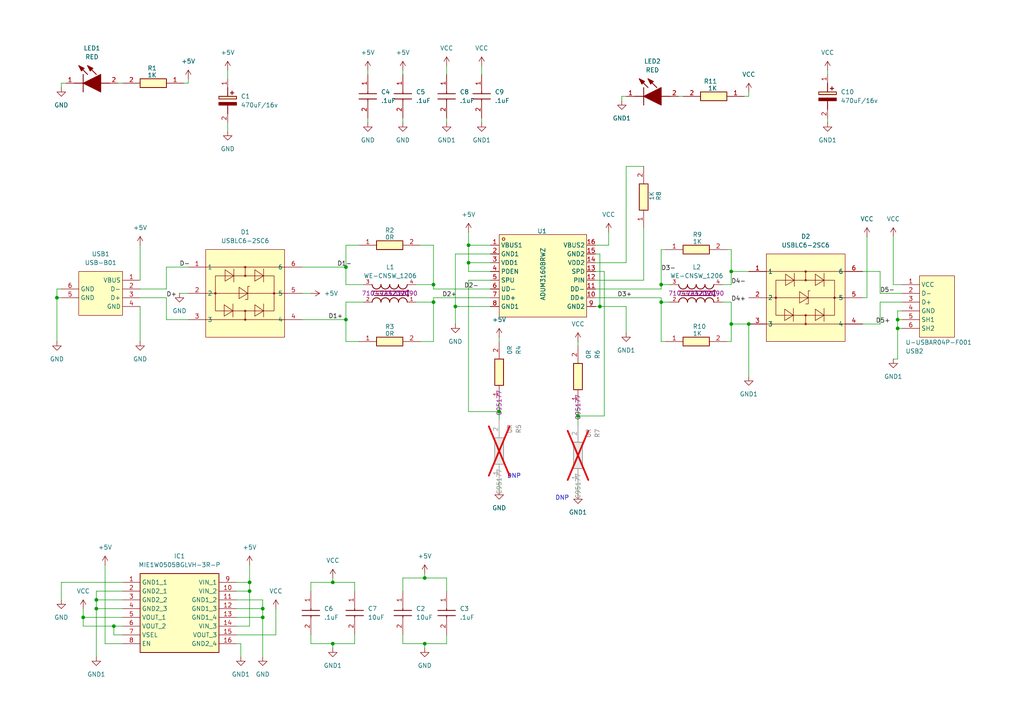
<source format=kicad_sch>
(kicad_sch (version 20250114) (generator "eeschema") (generator_version "9.0")
  (paper "A4")
  (title_block (title "USB Isolator") (date "2025-03-14") (rev "1.0") (company "Bryan Mateo / 2022-1151 / ITLA"))
  (text "DNP" (at 149.098 138.176 0) (effects (font (size 1.27 1.27))))
  (text "DNP" (at 163.068 144.526 0) (effects (font (size 1.27 1.27))))
  (junction (at 24.13 179.07))
  (junction (at 132.08 88.9))
  (junction (at 123.19 186.69))
  (junction (at 72.39 171.45))
  (junction (at 76.2 179.07))
  (junction (at 96.52 186.69))
  (junction (at 76.2 176.53))
  (junction (at 167.64 120.65))
  (junction (at 212.09 78.74))
  (junction (at 27.94 173.99))
  (junction (at 96.52 168.91))
  (junction (at 33.02 181.61))
  (junction (at 125.73 87.63))
  (junction (at 135.89 76.2))
  (junction (at 144.78 119.38))
  (junction (at 16.51 86.36))
  (junction (at 260.35 92.71))
  (junction (at 100.33 77.47))
  (junction (at 135.89 71.12))
  (junction (at 100.33 92.71))
  (junction (at 191.77 82.55))
  (junction (at 260.35 95.25))
  (junction (at 217.17 93.98))
  (junction (at 123.19 167.64))
  (junction (at 72.39 168.91))
  (junction (at 27.94 176.53))
  (junction (at 173.99 88.9))
  (junction (at 125.73 82.55))
  (junction (at 212.09 93.98))
  (junction (at 191.77 87.63))
  (wire (pts (xy 250.19 78.74) (xy 255.27 78.74)))
  (wire (pts (xy 260.35 92.71) (xy 260.35 90.17)))
  (wire (pts (xy 167.64 143.51) (xy 167.64 140.97)))
  (wire (pts (xy 172.72 81.28) (xy 186.69 81.28)))
  (wire (pts (xy 260.35 95.25) (xy 260.35 92.71)))
  (wire (pts (xy 104.14 71.12) (xy 100.33 71.12)))
  (wire (pts (xy 48.26 86.36) (xy 48.26 92.71)))
  (wire (pts (xy 76.2 176.53) (xy 76.2 179.07)))
  (wire (pts (xy 116.84 171.45) (xy 116.84 167.64)))
  (wire (pts (xy 16.51 99.06) (xy 16.51 86.36)))
  (wire (pts (xy 33.02 184.15) (xy 33.02 181.61)))
  (wire (pts (xy 167.64 118.11) (xy 167.64 120.65)))
  (wire (pts (xy 251.46 68.58) (xy 251.46 86.36)))
  (wire (pts (xy 40.64 83.82) (xy 48.26 83.82)))
  (wire (pts (xy 173.99 73.66) (xy 173.99 88.9)))
  (wire (pts (xy 54.61 24.13) (xy 53.34 24.13)))
  (wire (pts (xy 35.56 181.61) (xy 33.02 181.61)))
  (wire (pts (xy 90.17 168.91) (xy 96.52 168.91)))
  (wire (pts (xy 135.89 81.28) (xy 142.24 81.28)))
  (wire (pts (xy 181.61 48.26) (xy 186.69 48.26)))
  (wire (pts (xy 186.69 66.04) (xy 186.69 81.28)))
  (wire (pts (xy 100.33 87.63) (xy 100.33 92.71)))
  (wire (pts (xy 198.12 27.94) (xy 196.85 27.94)))
  (wire (pts (xy 125.73 87.63) (xy 125.73 99.06)))
  (wire (pts (xy 16.51 86.36) (xy 16.51 83.82)))
  (wire (pts (xy 102.87 186.69) (xy 102.87 184.15)))
  (wire (pts (xy 76.2 173.99) (xy 76.2 176.53)))
  (wire (pts (xy 255.27 85.09) (xy 261.62 85.09)))
  (wire (pts (xy 172.72 86.36) (xy 191.77 86.36)))
  (wire (pts (xy 100.33 77.47) (xy 100.33 82.55)))
  (wire (pts (xy 135.89 71.12) (xy 142.24 71.12)))
  (wire (pts (xy 129.54 35.56) (xy 129.54 34.29)))
  (wire (pts (xy 217.17 109.22) (xy 217.17 93.98)))
  (wire (pts (xy 116.84 167.64) (xy 123.19 167.64)))
  (wire (pts (xy 193.04 99.06) (xy 191.77 99.06)))
  (wire (pts (xy 100.33 82.55) (xy 105.41 82.55)))
  (wire (pts (xy 135.89 76.2) (xy 142.24 76.2)))
  (wire (pts (xy 181.61 88.9) (xy 173.99 88.9)))
  (wire (pts (xy 144.78 116.84) (xy 144.78 119.38)))
  (wire (pts (xy 191.77 86.36) (xy 191.77 87.63)))
  (wire (pts (xy 106.68 35.56) (xy 106.68 34.29)))
  (wire (pts (xy 260.35 92.71) (xy 261.62 92.71)))
  (wire (pts (xy 69.85 186.69) (xy 69.85 190.5)))
  (wire (pts (xy 30.48 186.69) (xy 35.56 186.69)))
  (wire (pts (xy 167.64 100.33) (xy 167.64 99.06)))
  (wire (pts (xy 17.78 24.13) (xy 17.78 25.4)))
  (wire (pts (xy 72.39 181.61) (xy 72.39 171.45)))
  (wire (pts (xy 100.33 71.12) (xy 100.33 77.47)))
  (wire (pts (xy 104.14 99.06) (xy 100.33 99.06)))
  (wire (pts (xy 172.72 73.66) (xy 173.99 73.66)))
  (wire (pts (xy 48.26 77.47) (xy 54.61 77.47)))
  (wire (pts (xy 144.78 119.38) (xy 144.78 121.92)))
  (wire (pts (xy 90.17 171.45) (xy 90.17 168.91)))
  (wire (pts (xy 100.33 99.06) (xy 100.33 92.71)))
  (wire (pts (xy 116.84 186.69) (xy 123.19 186.69)))
  (wire (pts (xy 129.54 184.15) (xy 129.54 186.69)))
  (wire (pts (xy 48.26 92.71) (xy 54.61 92.71)))
  (wire (pts (xy 139.7 35.56) (xy 139.7 34.29)))
  (wire (pts (xy 176.53 67.31) (xy 176.53 71.12)))
  (wire (pts (xy 209.55 82.55) (xy 212.09 82.55)))
  (wire (pts (xy 255.27 78.74) (xy 255.27 85.09)))
  (wire (pts (xy 251.46 86.36) (xy 250.19 86.36)))
  (wire (pts (xy 132.08 88.9) (xy 142.24 88.9)))
  (wire (pts (xy 17.78 173.99) (xy 17.78 168.91)))
  (wire (pts (xy 24.13 179.07) (xy 24.13 176.53)))
  (wire (pts (xy 212.09 99.06) (xy 212.09 93.98)))
  (wire (pts (xy 106.68 20.32) (xy 106.68 21.59)))
  (wire (pts (xy 132.08 88.9) (xy 132.08 93.98)))
  (wire (pts (xy 125.73 82.55) (xy 125.73 83.82)))
  (wire (pts (xy 129.54 171.45) (xy 129.54 167.64)))
  (wire (pts (xy 52.07 85.09) (xy 54.61 85.09)))
  (wire (pts (xy 135.89 119.38) (xy 144.78 119.38)))
  (wire (pts (xy 66.04 35.56) (xy 66.04 38.1)))
  (wire (pts (xy 27.94 176.53) (xy 27.94 190.5)))
  (wire (pts (xy 72.39 163.83) (xy 72.39 168.91)))
  (wire (pts (xy 125.73 83.82) (xy 142.24 83.82)))
  (wire (pts (xy 144.78 99.06) (xy 144.78 97.79)))
  (wire (pts (xy 96.52 187.96) (xy 96.52 186.69)))
  (wire (pts (xy 125.73 87.63) (xy 120.65 87.63)))
  (wire (pts (xy 27.94 173.99) (xy 27.94 176.53)))
  (wire (pts (xy 35.56 184.15) (xy 33.02 184.15)))
  (wire (pts (xy 132.08 73.66) (xy 132.08 88.9)))
  (wire (pts (xy 17.78 24.13) (xy 19.05 24.13)))
  (wire (pts (xy 27.94 173.99) (xy 35.56 173.99)))
  (wire (pts (xy 173.99 88.9) (xy 172.72 88.9)))
  (wire (pts (xy 102.87 168.91) (xy 102.87 171.45)))
  (wire (pts (xy 76.2 179.07) (xy 76.2 190.5)))
  (wire (pts (xy 16.51 86.36) (xy 17.78 86.36)))
  (wire (pts (xy 120.65 82.55) (xy 125.73 82.55)))
  (wire (pts (xy 191.77 87.63) (xy 191.77 99.06)))
  (wire (pts (xy 30.48 163.83) (xy 30.48 186.69)))
  (wire (pts (xy 87.63 92.71) (xy 100.33 92.71)))
  (wire (pts (xy 172.72 78.74) (xy 175.26 78.74)))
  (wire (pts (xy 212.09 87.63) (xy 212.09 93.98)))
  (wire (pts (xy 90.17 85.09) (xy 87.63 85.09)))
  (wire (pts (xy 172.72 76.2) (xy 181.61 76.2)))
  (wire (pts (xy 167.64 120.65) (xy 167.64 123.19)))
  (wire (pts (xy 27.94 171.45) (xy 27.94 173.99)))
  (wire (pts (xy 90.17 186.69) (xy 96.52 186.69)))
  (wire (pts (xy 217.17 27.94) (xy 215.9 27.94)))
  (wire (pts (xy 260.35 95.25) (xy 261.62 95.25)))
  (wire (pts (xy 24.13 181.61) (xy 24.13 179.07)))
  (wire (pts (xy 212.09 72.39) (xy 212.09 78.74)))
  (wire (pts (xy 181.61 88.9) (xy 181.61 96.52)))
  (wire (pts (xy 68.58 173.99) (xy 76.2 173.99)))
  (wire (pts (xy 172.72 83.82) (xy 191.77 83.82)))
  (wire (pts (xy 125.73 71.12) (xy 125.73 82.55)))
  (wire (pts (xy 255.27 93.98) (xy 255.27 87.63)))
  (wire (pts (xy 240.03 20.32) (xy 240.03 21.59)))
  (wire (pts (xy 80.01 184.15) (xy 80.01 176.53)))
  (wire (pts (xy 135.89 81.28) (xy 135.89 119.38)))
  (wire (pts (xy 191.77 72.39) (xy 193.04 72.39)))
  (wire (pts (xy 212.09 93.98) (xy 217.17 93.98)))
  (wire (pts (xy 210.82 99.06) (xy 212.09 99.06)))
  (wire (pts (xy 191.77 72.39) (xy 191.77 82.55)))
  (wire (pts (xy 135.89 78.74) (xy 142.24 78.74)))
  (wire (pts (xy 33.02 181.61) (xy 24.13 181.61)))
  (wire (pts (xy 180.34 27.94) (xy 180.34 29.21)))
  (wire (pts (xy 259.08 82.55) (xy 261.62 82.55)))
  (wire (pts (xy 129.54 19.05) (xy 129.54 21.59)))
  (wire (pts (xy 40.64 88.9) (xy 40.64 99.06)))
  (wire (pts (xy 260.35 104.14) (xy 259.08 104.14)))
  (wire (pts (xy 69.85 186.69) (xy 68.58 186.69)))
  (wire (pts (xy 121.92 99.06) (xy 125.73 99.06)))
  (wire (pts (xy 116.84 20.32) (xy 116.84 21.59)))
  (wire (pts (xy 40.64 81.28) (xy 40.64 71.12)))
  (wire (pts (xy 121.92 71.12) (xy 125.73 71.12)))
  (wire (pts (xy 68.58 181.61) (xy 72.39 181.61)))
  (wire (pts (xy 100.33 87.63) (xy 105.41 87.63)))
  (wire (pts (xy 48.26 83.82) (xy 48.26 77.47)))
  (wire (pts (xy 129.54 186.69) (xy 123.19 186.69)))
  (wire (pts (xy 68.58 176.53) (xy 76.2 176.53)))
  (wire (pts (xy 191.77 82.55) (xy 194.31 82.55)))
  (wire (pts (xy 90.17 184.15) (xy 90.17 186.69)))
  (wire (pts (xy 66.04 20.32) (xy 66.04 22.86)))
  (wire (pts (xy 96.52 168.91) (xy 102.87 168.91)))
  (wire (pts (xy 96.52 167.64) (xy 96.52 168.91)))
  (wire (pts (xy 35.56 24.13) (xy 34.29 24.13)))
  (wire (pts (xy 172.72 71.12) (xy 176.53 71.12)))
  (wire (pts (xy 191.77 82.55) (xy 191.77 83.82)))
  (wire (pts (xy 17.78 168.91) (xy 35.56 168.91)))
  (wire (pts (xy 260.35 90.17) (xy 261.62 90.17)))
  (wire (pts (xy 68.58 184.15) (xy 80.01 184.15)))
  (wire (pts (xy 125.73 86.36) (xy 142.24 86.36)))
  (wire (pts (xy 16.51 83.82) (xy 17.78 83.82)))
  (wire (pts (xy 240.03 34.29) (xy 240.03 35.56)))
  (wire (pts (xy 123.19 187.96) (xy 123.19 186.69)))
  (wire (pts (xy 217.17 26.67) (xy 217.17 27.94)))
  (wire (pts (xy 210.82 72.39) (xy 212.09 72.39)))
  (wire (pts (xy 116.84 184.15) (xy 116.84 186.69)))
  (wire (pts (xy 250.19 93.98) (xy 255.27 93.98)))
  (wire (pts (xy 135.89 76.2) (xy 135.89 78.74)))
  (wire (pts (xy 191.77 87.63) (xy 194.31 87.63)))
  (wire (pts (xy 35.56 179.07) (xy 24.13 179.07)))
  (wire (pts (xy 27.94 176.53) (xy 35.56 176.53)))
  (wire (pts (xy 135.89 71.12) (xy 135.89 76.2)))
  (wire (pts (xy 87.63 77.47) (xy 100.33 77.47)))
  (wire (pts (xy 212.09 82.55) (xy 212.09 78.74)))
  (wire (pts (xy 139.7 19.05) (xy 139.7 21.59)))
  (wire (pts (xy 40.64 86.36) (xy 48.26 86.36)))
  (wire (pts (xy 175.26 78.74) (xy 175.26 120.65)))
  (wire (pts (xy 135.89 67.31) (xy 135.89 71.12)))
  (wire (pts (xy 35.56 171.45) (xy 27.94 171.45)))
  (wire (pts (xy 116.84 35.56) (xy 116.84 34.29)))
  (wire (pts (xy 68.58 179.07) (xy 76.2 179.07)))
  (wire (pts (xy 129.54 167.64) (xy 123.19 167.64)))
  (wire (pts (xy 72.39 168.91) (xy 68.58 168.91)))
  (wire (pts (xy 144.78 139.7) (xy 144.78 142.24)))
  (wire (pts (xy 255.27 87.63) (xy 261.62 87.63)))
  (wire (pts (xy 142.24 73.66) (xy 132.08 73.66)))
  (wire (pts (xy 259.08 68.58) (xy 259.08 82.55)))
  (wire (pts (xy 125.73 86.36) (xy 125.73 87.63)))
  (wire (pts (xy 212.09 78.74) (xy 217.17 78.74)))
  (wire (pts (xy 54.61 22.86) (xy 54.61 24.13)))
  (wire (pts (xy 260.35 104.14) (xy 260.35 95.25)))
  (wire (pts (xy 96.52 186.69) (xy 102.87 186.69)))
  (wire (pts (xy 167.64 120.65) (xy 175.26 120.65)))
  (wire (pts (xy 123.19 166.37) (xy 123.19 167.64)))
  (wire (pts (xy 68.58 171.45) (xy 72.39 171.45)))
  (wire (pts (xy 181.61 76.2) (xy 181.61 48.26)))
  (wire (pts (xy 180.34 27.94) (xy 181.61 27.94)))
  (wire (pts (xy 209.55 87.63) (xy 212.09 87.63)))
  (wire (pts (xy 72.39 171.45) (xy 72.39 168.91)))
  (label "D3-" (at 191.77 78.74 0))
  (label "D4-" (at 212.09 82.55 0))
  (label "D2+" (at 128.27 86.36 0))
  (label "D5+" (at 254 93.98 0))
  (label "D2-" (at 134.62 83.82 0))
  (label "D4+" (at 212.09 87.63 0))
  (label "D+" (at 48.26 86.36 0))
  (label "D-" (at 52.07 77.47 0))
  (label "D5-" (at 255.27 85.09 0))
  (label "D3+" (at 179.07 86.36 0))
  (label "D1+" (at 95.25 92.71 0))
  (label "D1-" (at 97.79 77.47 0))
  (symbol (lib_id "power:VCC") (at 96.52 167.64 0) (unit 1)
    (property "Reference" "#PWR026" (effects (hide yes)))
    (property "Value" "VCC" (at 96.52 162.56 0))
    (property "Description" "Power symbol creates a global label with name \"VCC\"" (effects (hide yes)))
  )
  (symbol (lib_id "power:VCC") (at 24.13 176.53 0) (unit 1)
    (property "Reference" "#PWR012" (effects (hide yes)))
    (property "Value" "VCC" (at 24.13 171.45 0))
    (property "Description" "Power symbol creates a global label with name \"VCC\"" (effects (hide yes)))
  )
  (symbol (lib_id "power:GND1") (at 217.17 109.22 0) (unit 1)
    (property "Reference" "#PWR039" (effects (hide yes)))
    (property "Value" "GND1" (at 217.17 114.3 0))
    (property "Description" "Power symbol creates a global label with name \"GND1\" , ground" (effects (hide yes)))
  )
  (symbol (lib_id "Samacsys:MIE1W0505BGLVH-3R-P") (at 35.56 168.91 0) (unit 1)
    (property "Reference" "IC1" (at 52.07 161.29 0))
    (property "Value" "MIE1W0505BGLVH-3R-P" (at 52.07 163.83 0))
    (property "Footprint" "Samacsys:MIE1W0505BGLVH3RP" (effects (hide yes)))
    (property "Datasheet" "https://www.mouser.de/datasheet/2/277/MIE1W0505BGLVH-3392698.pdf" (effects (hide yes)))
    (property "Description" "Isolated DC/DC Converters - SMD Next gen ultra small size isolated power module" (effects (hide yes)))
    (property "Height" "1.28" (effects (hide yes)))
    (property "Mouser Part Number" "946-MIE1W0505BGLVH3P" (effects (hide yes)))
    (property "Mouser Price/Stock" "https://www.mouser.co.uk/ProductDetail/Monolithic-Power-Systems-MPS/MIE1W0505BGLVH-3R-P?qs=mELouGlnn3eSWSUCjBsRGQ%3D%3D" (effects (hide yes)))
    (property "Manufacturer_Name" "Monolithic Power Systems (MPS)" (effects (hide yes)))
    (property "Manufacturer_Part_Number" "MIE1W0505BGLVH-3R-P" (effects (hide yes)))
  )
  (symbol (lib_id "Samacsys:RC0603FR-070RL") (at 104.14 99.06 0) (unit 1)
    (property "Reference" "R3" (at 113.03 94.742 0))
    (property "Value" "0R" (at 113.03 96.774 0))
    (property "Footprint" "Samacsys:RESC1608X55N" (effects (hide yes)))
    (property "Datasheet" "https://componentsearchengine.com/Datasheets/2/RC0603FR-070RL.pdf" (effects (hide yes)))
    (property "Description" "YAGEO - RC0603FR-070RL - Zero Ohm Resistor, Jumper, 0603 [1608 Metric], Thick Film, 100 mW, 1 A, Surface Mount Device" (effects (hide yes)))
    (property "LCSC Part" "C95177" (effects (hide yes)))
    (property "Height" "0.55" (effects (hide yes)))
    (property "Mouser Part Number" "603-RC0603FR-070RL" (effects (hide yes)))
    (property "Mouser Price/Stock" "https://www.mouser.co.uk/ProductDetail/YAGEO/RC0603FR-070RL?qs=0yPvnVz5%2FmpDQv43TwvCfw%3D%3D" (effects (hide yes)))
    (property "Manufacturer_Name" "YAGEO" (effects (hide yes)))
    (property "Manufacturer_Part_Number" "RC0603FR-070RL" (effects (hide yes)))
  )
  (symbol (lib_id "power:VCC") (at 167.64 99.06 0) (mirror y) (unit 1)
    (property "Reference" "#PWR030" (effects (hide yes)))
    (property "Value" "VCC" (at 167.64 93.98 0))
    (property "Description" "Power symbol creates a global label with name \"VCC\"" (effects (hide yes)))
  )
  (symbol (lib_id "power:VCC") (at 139.7 19.05 0) (unit 1)
    (property "Reference" "#PWR036" (effects (hide yes)))
    (property "Value" "VCC" (at 139.7 13.97 0))
    (property "Description" "Power symbol creates a global label with name \"VCC\"" (effects (hide yes)))
  )
  (symbol (lib_id "Samacsys:0603YC104J4T2A") (at 106.68 21.59 270) (unit 1)
    (property "Reference" "C4" (at 110.49 26.6699 90) (effects (justify left)))
    (property "Value" ".1uF" (at 110.49 29.2099 90) (effects (justify left)))
    (property "Footprint" "Samacsys:CAPC1608X90N" (effects (hide yes)))
    (property "Datasheet" "https://componentsearchengine.com/Datasheets/1/06031A100FAT2A.pdf" (effects (hide yes)))
    (property "Description" "Multilayer Ceramic Capacitors MLCC - SMD/SMT 16V .1uF X7R 0603 5% Tol" (effects (hide yes)))
    (property "Height" "0.9" (effects (hide yes)))
    (property "Mouser Part Number" "581-0603YC104J4T2A" (effects (hide yes)))
    (property "Mouser Price/Stock" "https://www.mouser.co.uk/ProductDetail/KYOCERA-AVX/0603YC104J4T2A?qs=Cej1j9ztgjFj4oy6%2FGHyMg%3D%3D" (effects (hide yes)))
    (property "Manufacturer_Name" "Kyocera AVX" (effects (hide yes)))
    (property "Manufacturer_Part_Number" "0603YC104J4T2A" (effects (hide yes)))
  )
  (symbol (lib_id "Snapeda:WE-CNSW_1206") (at 113.03 85.09 0) (mirror y) (unit 1)
    (property "Reference" "L1" (at 113.19 77.47 0))
    (property "Value" "WE-CNSW_1206" (at 113.19 80.01 0))
    (property "Footprint" "Snapeda:WE-CNSW_1206_WE-CNSW_1206" (effects (hide yes)))
    (property "Datasheet" "https://www.we-online.com/components/products/datasheet/744232090.pdf" (effects (hide yes)))
    (property "MF" "Wurth Electronics" (effects (hide yes)))
    (property "Description_1" "Size 1206; Z = 90 Ω; IR = 370 mA; RDC = 0.3 Ω" (effects (hide yes)))
    (property "Package" "Horizontal-4 Wurth" (effects (hide yes)))
    (property "Price" "None" (effects (hide yes)))
    (property "SnapEDA_Link" "https://www.snapeda.com/parts/744232090/Wurth+Electronics/view-part/?ref=snap" (effects (hide yes)))
    (property "MP" "744232090" (effects (hide yes)))
    (property "Availability" "In Stock" (effects (hide yes)))
    (property "Check_prices" "https://www.snapeda.com/parts/744232090/Wurth+Electronics/view-part/?ref=eda" (effects (hide yes)))
    (property "Manufacturer_Part_Number" "744232090" (at 113.03 85.09 0))
    (property "Mouser Part Number" "710-744232090" (at 113.03 85.09 0))
  )
  (symbol (lib_id "power:VCC") (at 259.08 68.58 0) (unit 1)
    (property "Reference" "#PWR043" (effects (hide yes)))
    (property "Value" "VCC" (at 259.08 63.5 0))
    (property "Description" "Power symbol creates a global label with name \"VCC\"" (effects (hide yes)))
  )
  (symbol (lib_id "power:GND") (at 40.64 99.06 0) (unit 1)
    (property "Reference" "#PWR08" (effects (hide yes)))
    (property "Value" "GND" (at 40.64 104.14 0))
    (property "Description" "Power symbol creates a global label with name \"GND\" , ground" (effects (hide yes)))
  )
  (symbol (lib_id "power:GND") (at 123.19 187.96 0) (unit 1)
    (property "Reference" "#PWR06" (effects (hide yes)))
    (property "Value" "GND" (at 123.19 193.04 0))
    (property "Description" "Power symbol creates a global label with name \"GND\" , ground" (effects (hide yes)))
  )
  (symbol (lib_id "EasyEDA:ADUM3160BRWZ") (at 157.48 80.01 0) (unit 1)
    (property "Reference" "U1" (at 157.226 67.056 0))
    (property "Value" "ADUM3160BRWZ" (at 157.48 79.502 90))
    (property "Footprint" "EasyEDA:WSOIC-16_L10.3-W7.5-P1.27-LS10.3-BL" (effects (hide yes)))
    (property "Datasheet" "https://lcsc.com/product-detail/USB_ADI_ADUM3160BRWZ_ADUM3160BRWZ_C108501.html" (effects (hide yes)))
    (property "LCSC Part" "C108501" (effects (hide yes)))
  )
  (symbol (lib_id "Samacsys:RC0603FR-070RL") (at 104.14 71.12 0) (unit 1)
    (property "Reference" "R2" (at 113.03 66.802 0))
    (property "Value" "0R" (at 113.03 68.834 0))
    (property "Footprint" "Samacsys:RESC1608X55N" (effects (hide yes)))
    (property "Datasheet" "https://componentsearchengine.com/Datasheets/2/RC0603FR-070RL.pdf" (effects (hide yes)))
    (property "Description" "YAGEO - RC0603FR-070RL - Zero Ohm Resistor, Jumper, 0603 [1608 Metric], Thick Film, 100 mW, 1 A, Surface Mount Device" (effects (hide yes)))
    (property "LCSC Part" "C95177" (effects (hide yes)))
    (property "Height" "0.55" (effects (hide yes)))
    (property "Mouser Part Number" "603-RC0603FR-070RL" (effects (hide yes)))
    (property "Mouser Price/Stock" "https://www.mouser.co.uk/ProductDetail/YAGEO/RC0603FR-070RL?qs=0yPvnVz5%2FmpDQv43TwvCfw%3D%3D" (effects (hide yes)))
    (property "Manufacturer_Name" "YAGEO" (effects (hide yes)))
    (property "Manufacturer_Part_Number" "RC0603FR-070RL" (effects (hide yes)))
  )
  (symbol (lib_id "power:+5V") (at 135.89 67.31 0) (unit 1)
    (property "Reference" "#PWR025" (effects (hide yes)))
    (property "Value" "+5V" (at 135.89 62.23 0))
    (property "Description" "Power symbol creates a global label with name \"+5V\"" (effects (hide yes)))
  )
  (symbol (lib_id "power:+5V") (at 90.17 85.09 270) (unit 1)
    (property "Reference" "#PWR015" (effects (hide yes)))
    (property "Value" "+5V" (at 93.98 85.0899 90) (effects (justify left)))
    (property "Description" "Power symbol creates a global label with name \"+5V\"" (effects (hide yes)))
  )
  (symbol (lib_id "power:GND1") (at 167.64 143.51 0) (mirror y) (unit 1)
    (property "Reference" "#PWR031" (effects (hide yes)))
    (property "Value" "GND1" (at 167.64 148.59 0))
    (property "Description" "Power symbol creates a global label with name \"GND1\" , ground" (effects (hide yes)))
  )
  (symbol (lib_id "power:GND") (at 144.78 142.24 0) (mirror y) (unit 1)
    (property "Reference" "#PWR029" (effects (hide yes)))
    (property "Value" "GND" (at 144.78 147.32 0))
    (property "Description" "Power symbol creates a global label with name \"GND\" , ground" (effects (hide yes)))
  )
  (symbol (lib_id "Samacsys:0603YC104J4T2A") (at 129.54 171.45 270) (unit 1)
    (property "Reference" "C3" (at 133.35 176.5299 90) (effects (justify left)))
    (property "Value" ".1uF" (at 133.35 179.0699 90) (effects (justify left)))
    (property "Footprint" "Samacsys:CAPC1608X90N" (effects (hide yes)))
    (property "Datasheet" "https://componentsearchengine.com/Datasheets/1/06031A100FAT2A.pdf" (effects (hide yes)))
    (property "Description" "Multilayer Ceramic Capacitors MLCC - SMD/SMT 16V .1uF X7R 0603 5% Tol" (effects (hide yes)))
    (property "Height" "0.9" (effects (hide yes)))
    (property "Mouser Part Number" "581-0603YC104J4T2A" (effects (hide yes)))
    (property "Mouser Price/Stock" "https://www.mouser.co.uk/ProductDetail/KYOCERA-AVX/0603YC104J4T2A?qs=Cej1j9ztgjFj4oy6%2FGHyMg%3D%3D" (effects (hide yes)))
    (property "Manufacturer_Name" "Kyocera AVX" (effects (hide yes)))
    (property "Manufacturer_Part_Number" "0603YC104J4T2A" (effects (hide yes)))
  )
  (symbol (lib_id "power:GND1") (at 180.34 29.21 0) (mirror y) (unit 1)
    (property "Reference" "#PWR038" (effects (hide yes)))
    (property "Value" "GND1" (at 180.34 34.29 0))
    (property "Description" "Power symbol creates a global label with name \"GND1\" , ground" (effects (hide yes)))
  )
  (symbol (lib_id "power:GND1") (at 69.85 190.5 0) (unit 1)
    (property "Reference" "#PWR016" (effects (hide yes)))
    (property "Value" "GND1" (at 69.85 195.58 0))
    (property "Description" "Power symbol creates a global label with name \"GND1\" , ground" (effects (hide yes)))
  )
  (symbol (lib_id "power:VCC") (at 240.03 20.32 0) (unit 1)
    (property "Reference" "#PWR044" (effects (hide yes)))
    (property "Value" "VCC" (at 240.03 15.24 0))
    (property "Description" "Power symbol creates a global label with name \"VCC\"" (effects (hide yes)))
  )
  (symbol (lib_id "Samacsys:RC0603FR-070RL") (at 144.78 139.7 270) (mirror x) (unit 1) (dnp yes)
    (property "Reference" "R5" (at 151.13 125.73 0) (effects (justify left top)))
    (property "Value" "0R" (at 148.59 125.73 0) (effects (justify left top)))
    (property "Footprint" "Samacsys:RESC1608X55N" (effects (hide yes)))
    (property "Datasheet" "https://componentsearchengine.com/Datasheets/2/RC0603FR-070RL.pdf" (effects (hide yes)))
    (property "Description" "YAGEO - RC0603FR-070RL - Zero Ohm Resistor, Jumper, 0603 [1608 Metric], Thick Film, 100 mW, 1 A, Surface Mount Device" (effects (hide yes)))
    (property "Height" "0.55" (effects (hide yes)))
    (property "Mouser Part Number" "603-RC0603FR-070RL" (effects (hide yes)))
    (property "Mouser Price/Stock" "https://www.mouser.co.uk/ProductDetail/YAGEO/RC0603FR-070RL?qs=0yPvnVz5%2FmpDQv43TwvCfw%3D%3D" (effects (hide yes)))
    (property "Manufacturer_Name" "YAGEO" (effects (hide yes)))
    (property "Manufacturer_Part_Number" "RC0603FR-070RL" (effects (hide yes)))
    (property "LCSC Part" "C95177" (at 144.78 139.7 0))
  )
  (symbol (lib_id "power:VCC") (at 80.01 176.53 0) (unit 1)
    (property "Reference" "#PWR021" (effects (hide yes)))
    (property "Value" "VCC" (at 80.01 171.45 0))
    (property "Description" "Power symbol creates a global label with name \"VCC\"" (effects (hide yes)))
  )
  (symbol (lib_id "power:GND") (at 132.08 93.98 0) (unit 1)
    (property "Reference" "#PWR024" (effects (hide yes)))
    (property "Value" "GND" (at 132.08 99.06 0))
    (property "Description" "Power symbol creates a global label with name \"GND\" , ground" (effects (hide yes)))
  )
  (symbol (lib_id "EasyEDA:U-USBAR04P-F001") (at 269.24 90.17 0) (unit 1)
    (property "Reference" "USB2" (at 262.636 101.854 0) (effects (justify left)))
    (property "Value" "U-USBAR04P-F001" (at 262.636 99.314 0) (effects (justify left)))
    (property "Footprint" "EasyEDA:USB-A-TH_USB-302-T" (effects (hide yes)))
    (property "Datasheet" "https://lcsc.com/product-detail/USB-Connectors_Shenzhen-Cankemeng-U-USBAR04P-F001_C386736.html" (effects (hide yes)))
    (property "LCSC Part" "C386736" (effects (hide yes)))
  )
  (symbol (lib_id "Samacsys:KS_EELP41.22-P1R2-58-A8J8-020-R18") (at 19.05 24.13 0) (unit 1)
    (property "Reference" "LED1" (at 26.67 13.97 0))
    (property "Value" "RED" (at 26.67 16.51 0))
    (property "Footprint" "Samacsys:KSEELP4122P1R258A8J8020R18" (effects (hide yes)))
    (property "Description" "Standard LEDs - SMD 0603 (1608 metric)" (effects (hide yes)))
    (property "Height" "0.5" (effects (hide yes)))
    (property "Mouser Part Number" "720-P412P1R258A8J802" (effects (hide yes)))
    (property "Mouser Price/Stock" "https://www.mouser.co.uk/ProductDetail/ams-OSRAM/KS-EELP41.22-P1R2-58-A8J8-020-R18?qs=ZcfC38r4Povp3XTr6Zxf%252Bw%3D%3D" (effects (hide yes)))
    (property "Manufacturer_Name" "ams OSRAM" (effects (hide yes)))
    (property "Manufacturer_Part_Number" "KS EELP41.22-P1R2-58-A8J8-020-R18" (effects (hide yes)))
  )
  (symbol (lib_id "Samacsys:0603YC104J4T2A") (at 129.54 21.59 270) (unit 1)
    (property "Reference" "C8" (at 133.35 26.6699 90) (effects (justify left)))
    (property "Value" ".1uF" (at 133.35 29.2099 90) (effects (justify left)))
    (property "Footprint" "Samacsys:CAPC1608X90N" (effects (hide yes)))
    (property "Datasheet" "https://componentsearchengine.com/Datasheets/1/06031A100FAT2A.pdf" (effects (hide yes)))
    (property "Description" "Multilayer Ceramic Capacitors MLCC - SMD/SMT 16V .1uF X7R 0603 5% Tol" (effects (hide yes)))
    (property "Height" "0.9" (effects (hide yes)))
    (property "Mouser Part Number" "581-0603YC104J4T2A" (effects (hide yes)))
    (property "Mouser Price/Stock" "https://www.mouser.co.uk/ProductDetail/KYOCERA-AVX/0603YC104J4T2A?qs=Cej1j9ztgjFj4oy6%2FGHyMg%3D%3D" (effects (hide yes)))
    (property "Manufacturer_Name" "Kyocera AVX" (effects (hide yes)))
    (property "Manufacturer_Part_Number" "0603YC104J4T2A" (effects (hide yes)))
  )
  (symbol (lib_id "power:+5V") (at 30.48 163.83 0) (unit 1)
    (property "Reference" "#PWR014" (effects (hide yes)))
    (property "Value" "+5V" (at 30.48 158.75 0))
    (property "Description" "Power symbol creates a global label with name \"+5V\"" (effects (hide yes)))
  )
  (symbol (lib_id "power:+5V") (at 106.68 20.32 0) (unit 1)
    (property "Reference" "#PWR018" (effects (hide yes)))
    (property "Value" "+5V" (at 106.68 15.24 0))
    (property "Description" "Power symbol creates a global label with name \"+5V\"" (effects (hide yes)))
  )
  (symbol (lib_id "power:GND1") (at 181.61 96.52 0) (unit 1)
    (property "Reference" "#PWR032" (effects (hide yes)))
    (property "Value" "GND1" (at 181.61 101.6 0))
    (property "Description" "Power symbol creates a global label with name \"GND1\" , ground" (effects (hide yes)))
  )
  (symbol (lib_id "Samacsys:RT0603FRE071KL") (at 186.69 66.04 270) (mirror x) (unit 1)
    (property "Reference" "R8" (at 191.77 58.166 0) (effects (justify left top)))
    (property "Value" "1K" (at 189.738 58.166 0) (effects (justify left top)))
    (property "Footprint" "Samacsys:RESC1608X55N" (effects (hide yes)))
    (property "Datasheet" "https://componentsearchengine.com/Datasheets/2/RT0603FRE071KL.pdf" (effects (hide yes)))
    (property "Description" "Thin Film Resistors - SMD 1K ohm 1% 1/10W" (effects (hide yes)))
    (property "Height" "0.55" (effects (hide yes)))
    (property "Mouser Part Number" "603-RT0603FRE071KL" (effects (hide yes)))
    (property "Mouser Price/Stock" "https://www.mouser.co.uk/ProductDetail/YAGEO/RT0603FRE071KL?qs=8cPjvKtxWv68ZVEzoi6JxQ%3D%3D" (effects (hide yes)))
    (property "Manufacturer_Name" "YAGEO" (effects (hide yes)))
    (property "Manufacturer_Part_Number" "RT0603FRE071KL" (effects (hide yes)))
  )
  (symbol (lib_id "power:+5V") (at 116.84 20.32 0) (unit 1)
    (property "Reference" "#PWR022" (effects (hide yes)))
    (property "Value" "+5V" (at 116.84 15.24 0))
    (property "Description" "Power symbol creates a global label with name \"+5V\"" (effects (hide yes)))
  )
  (symbol (lib_id "Samacsys:EEE-FN1C470UR") (at 66.04 22.86 270) (unit 1)
    (property "Reference" "C1" (at 69.85 27.9399 90) (effects (justify left)))
    (property "Value" "470uF/16v" (at 69.85 30.4799 90) (effects (justify left)))
    (property "Footprint" "Samacsys:EEE1AA220WR" (effects (hide yes)))
    (property "Datasheet" "http://industrial.panasonic.com/cdbs/www-data/pdf/RDE0000/RDE0000C1259.pdf" (effects (hide yes)))
    (property "Description" "Aluminum Electrolytic Capacitors - SMD 16VDC 47uF 20% 90mA AEC-Q200" (effects (hide yes)))
    (property "Height" "5.5" (effects (hide yes)))
    (property "Mouser Part Number" "667-EEE-FN1C470UR" (effects (hide yes)))
    (property "Mouser Price/Stock" "https://www.mouser.co.uk/ProductDetail/Panasonic/EEE-FN1C470UR?qs=OlC7AqGiEDl8dmM9zH0luA%3D%3D" (effects (hide yes)))
    (property "Manufacturer_Name" "Panasonic" (effects (hide yes)))
    (property "Manufacturer_Part_Number" "EEE-FN1C470UR" (effects (hide yes)))
  )
  (symbol (lib_id "power:GND1") (at 96.52 187.96 0) (unit 1)
    (property "Reference" "#PWR027" (effects (hide yes)))
    (property "Value" "GND1" (at 96.52 193.04 0))
    (property "Description" "Power symbol creates a global label with name \"GND1\" , ground" (effects (hide yes)))
  )
  (symbol (lib_id "Samacsys:RC0603FR-070RL") (at 144.78 116.84 270) (mirror x) (unit 1)
    (property "Reference" "R4" (at 151.13 102.87 0) (effects (justify left top)))
    (property "Value" "0R" (at 148.59 102.87 0) (effects (justify left top)))
    (property "Footprint" "Samacsys:RESC1608X55N" (effects (hide yes)))
    (property "Datasheet" "https://componentsearchengine.com/Datasheets/2/RC0603FR-070RL.pdf" (effects (hide yes)))
    (property "Description" "YAGEO - RC0603FR-070RL - Zero Ohm Resistor, Jumper, 0603 [1608 Metric], Thick Film, 100 mW, 1 A, Surface Mount Device" (effects (hide yes)))
    (property "Height" "0.55" (effects (hide yes)))
    (property "Mouser Part Number" "603-RC0603FR-070RL" (effects (hide yes)))
    (property "Mouser Price/Stock" "https://www.mouser.co.uk/ProductDetail/YAGEO/RC0603FR-070RL?qs=0yPvnVz5%2FmpDQv43TwvCfw%3D%3D" (effects (hide yes)))
    (property "Manufacturer_Name" "YAGEO" (effects (hide yes)))
    (property "Manufacturer_Part_Number" "RC0603FR-070RL" (effects (hide yes)))
    (property "LCSC Part" "C95177" (at 144.78 116.84 0))
  )
  (symbol (lib_id "power:GND") (at 76.2 190.5 0) (unit 1)
    (property "Reference" "#PWR020" (effects (hide yes)))
    (property "Value" "GND" (at 76.2 195.58 0))
    (property "Description" "Power symbol creates a global label with name \"GND\" , ground" (effects (hide yes)))
  )
  (symbol (lib_id "power:GND") (at 106.68 35.56 0) (unit 1)
    (property "Reference" "#PWR019" (effects (hide yes)))
    (property "Value" "GND" (at 106.68 40.64 0))
    (property "Description" "Power symbol creates a global label with name \"GND\" , ground" (effects (hide yes)))
  )
  (symbol (lib_id "power:GND1") (at 240.03 35.56 0) (unit 1)
    (property "Reference" "#PWR045" (effects (hide yes)))
    (property "Value" "GND1" (at 240.03 40.64 0))
    (property "Description" "Power symbol creates a global label with name \"GND1\" , ground" (effects (hide yes)))
  )
  (symbol (lib_id "Samacsys:0603YD106KAT2A") (at 116.84 171.45 270) (unit 1)
    (property "Reference" "C2" (at 120.65 176.5299 90) (effects (justify left)))
    (property "Value" "10uF" (at 120.65 179.0699 90) (effects (justify left)))
    (property "Footprint" "Samacsys:CAPC1608X102N" (effects (hide yes)))
    (property "Datasheet" "https://www.mouser.at/datasheet/2/40/cx5r-776519.pdf" (effects (hide yes)))
    (property "Description" "Multilayer Ceramic Capacitors MLCC - SMD/SMT 16V 10uF X5R 0603 10%" (effects (hide yes)))
    (property "Height" "1.02" (effects (hide yes)))
    (property "Mouser Part Number" "581-0603YD106KAT2A" (effects (hide yes)))
    (property "Mouser Price/Stock" "https://www.mouser.co.uk/ProductDetail/KYOCERA-AVX/0603YD106KAT2A?qs=%252BdQmOuGyFcHR%252BKJjw6cgxw%3D%3D" (effects (hide yes)))
    (property "Manufacturer_Name" "Kyocera AVX" (effects (hide yes)))
    (property "Manufacturer_Part_Number" "0603YD106KAT2A" (effects (hide yes)))
  )
  (symbol (lib_id "power:GND") (at 17.78 25.4 0) (mirror y) (unit 1)
    (property "Reference" "#PWR01" (effects (hide yes)))
    (property "Value" "GND" (at 17.78 30.48 0))
    (property "Description" "Power symbol creates a global label with name \"GND\" , ground" (effects (hide yes)))
  )
  (symbol (lib_id "Samacsys:RC0603FR-070RL") (at 167.64 140.97 270) (mirror x) (unit 1) (dnp yes)
    (property "Reference" "R7" (at 173.99 127 0) (effects (justify left top)))
    (property "Value" "0R" (at 171.45 127 0) (effects (justify left top)))
    (property "Footprint" "Samacsys:RESC1608X55N" (effects (hide yes)))
    (property "Datasheet" "https://componentsearchengine.com/Datasheets/2/RC0603FR-070RL.pdf" (effects (hide yes)))
    (property "Description" "YAGEO - RC0603FR-070RL - Zero Ohm Resistor, Jumper, 0603 [1608 Metric], Thick Film, 100 mW, 1 A, Surface Mount Device" (effects (hide yes)))
    (property "Height" "0.55" (effects (hide yes)))
    (property "Mouser Part Number" "603-RC0603FR-070RL" (effects (hide yes)))
    (property "Mouser Price/Stock" "https://www.mouser.co.uk/ProductDetail/YAGEO/RC0603FR-070RL?qs=0yPvnVz5%2FmpDQv43TwvCfw%3D%3D" (effects (hide yes)))
    (property "Manufacturer_Name" "YAGEO" (effects (hide yes)))
    (property "Manufacturer_Part_Number" "RC0603FR-070RL" (effects (hide yes)))
    (property "LCSC Part" "C95177" (at 167.64 140.97 0))
  )
  (symbol (lib_id "power:GND") (at 16.51 99.06 0) (unit 1)
    (property "Reference" "#PWR02" (effects (hide yes)))
    (property "Value" "GND" (at 16.51 104.14 0))
    (property "Description" "Power symbol creates a global label with name \"GND\" , ground" (effects (hide yes)))
  )
  (symbol (lib_id "Snapeda:WE-CNSW_1206") (at 201.93 85.09 0) (mirror y) (unit 1)
    (property "Reference" "L2" (at 202.09 77.47 0))
    (property "Value" "WE-CNSW_1206" (at 202.09 80.01 0))
    (property "Footprint" "Snapeda:WE-CNSW_1206_WE-CNSW_1206" (effects (hide yes)))
    (property "Datasheet" "https://www.we-online.com/components/products/datasheet/744232090.pdf" (effects (hide yes)))
    (property "MF" "Wurth Electronics" (effects (hide yes)))
    (property "Description_1" "Size 1206; Z = 90 Ω; IR = 370 mA; RDC = 0.3 Ω" (effects (hide yes)))
    (property "Package" "Horizontal-4 Wurth" (effects (hide yes)))
    (property "Price" "None" (effects (hide yes)))
    (property "SnapEDA_Link" "https://www.snapeda.com/parts/744232090/Wurth+Electronics/view-part/?ref=snap" (effects (hide yes)))
    (property "MP" "744232090" (effects (hide yes)))
    (property "Availability" "In Stock" (effects (hide yes)))
    (property "Check_prices" "https://www.snapeda.com/parts/744232090/Wurth+Electronics/view-part/?ref=eda" (effects (hide yes)))
    (property "Manufacturer_Part_Number" "744232090" (at 201.93 85.09 0))
    (property "Mouser Part Number" "710-744232090" (at 201.93 85.09 0))
  )
  (symbol (lib_id "power:GND") (at 116.84 35.56 0) (unit 1)
    (property "Reference" "#PWR023" (effects (hide yes)))
    (property "Value" "GND" (at 116.84 40.64 0))
    (property "Description" "Power symbol creates a global label with name \"GND\" , ground" (effects (hide yes)))
  )
  (symbol (lib_id "Samacsys:RT0603FRE071KL") (at 193.04 99.06 0) (unit 1)
    (property "Reference" "R10" (at 200.914 93.98 0) (effects (justify left top)))
    (property "Value" "1K" (at 200.914 96.012 0) (effects (justify left top)))
    (property "Footprint" "Samacsys:RESC1608X55N" (effects (hide yes)))
    (property "Datasheet" "https://componentsearchengine.com/Datasheets/2/RT0603FRE071KL.pdf" (effects (hide yes)))
    (property "Description" "Thin Film Resistors - SMD 1K ohm 1% 1/10W" (effects (hide yes)))
    (property "Height" "0.55" (effects (hide yes)))
    (property "Mouser Part Number" "603-RT0603FRE071KL" (effects (hide yes)))
    (property "Mouser Price/Stock" "https://www.mouser.co.uk/ProductDetail/YAGEO/RT0603FRE071KL?qs=8cPjvKtxWv68ZVEzoi6JxQ%3D%3D" (effects (hide yes)))
    (property "Manufacturer_Name" "YAGEO" (effects (hide yes)))
    (property "Manufacturer_Part_Number" "RT0603FRE071KL" (effects (hide yes)))
  )
  (symbol (lib_id "power:+5V") (at 144.78 97.79 0) (mirror y) (unit 1)
    (property "Reference" "#PWR028" (effects (hide yes)))
    (property "Value" "+5V" (at 144.78 92.71 0))
    (property "Description" "Power symbol creates a global label with name \"+5V\"" (effects (hide yes)))
  )
  (symbol (lib_id "power:VCC") (at 251.46 68.58 0) (unit 1)
    (property "Reference" "#PWR041" (effects (hide yes)))
    (property "Value" "VCC" (at 251.46 63.5 0))
    (property "Description" "Power symbol creates a global label with name \"VCC\"" (effects (hide yes)))
  )
  (symbol (lib_id "power:+5V") (at 66.04 20.32 0) (unit 1)
    (property "Reference" "#PWR03" (effects (hide yes)))
    (property "Value" "+5V" (at 66.04 15.24 0))
    (property "Description" "Power symbol creates a global label with name \"+5V\"" (effects (hide yes)))
  )
  (symbol (lib_id "power:GND1") (at 129.54 35.56 0) (unit 1)
    (property "Reference" "#PWR035" (effects (hide yes)))
    (property "Value" "GND1" (at 129.54 40.64 0))
    (property "Description" "Power symbol creates a global label with name \"GND1\" , ground" (effects (hide yes)))
  )
  (symbol (lib_id "power:+5V") (at 54.61 22.86 0) (mirror y) (unit 1)
    (property "Reference" "#PWR09" (effects (hide yes)))
    (property "Value" "+5V" (at 54.61 17.78 0))
    (property "Description" "Power symbol creates a global label with name \"+5V\"" (effects (hide yes)))
  )
  (symbol (lib_id "Samacsys:0603YC104J4T2A") (at 90.17 171.45 270) (unit 1)
    (property "Reference" "C6" (at 93.98 176.5299 90) (effects (justify left)))
    (property "Value" ".1uF" (at 93.98 179.0699 90) (effects (justify left)))
    (property "Footprint" "Samacsys:CAPC1608X90N" (effects (hide yes)))
    (property "Datasheet" "https://componentsearchengine.com/Datasheets/1/06031A100FAT2A.pdf" (effects (hide yes)))
    (property "Description" "Multilayer Ceramic Capacitors MLCC - SMD/SMT 16V .1uF X7R 0603 5% Tol" (effects (hide yes)))
    (property "Height" "0.9" (effects (hide yes)))
    (property "Mouser Part Number" "581-0603YC104J4T2A" (effects (hide yes)))
    (property "Mouser Price/Stock" "https://www.mouser.co.uk/ProductDetail/KYOCERA-AVX/0603YC104J4T2A?qs=Cej1j9ztgjFj4oy6%2FGHyMg%3D%3D" (effects (hide yes)))
    (property "Manufacturer_Name" "Kyocera AVX" (effects (hide yes)))
    (property "Manufacturer_Part_Number" "0603YC104J4T2A" (effects (hide yes)))
  )
  (symbol (lib_id "Samacsys:EEE-FN1C470UR") (at 240.03 21.59 270) (unit 1)
    (property "Reference" "C10" (at 243.84 26.6699 90) (effects (justify left)))
    (property "Value" "470uF/16v" (at 243.84 29.2099 90) (effects (justify left)))
    (property "Footprint" "Samacsys:EEE1AA220WR" (effects (hide yes)))
    (property "Datasheet" "http://industrial.panasonic.com/cdbs/www-data/pdf/RDE0000/RDE0000C1259.pdf" (effects (hide yes)))
    (property "Description" "Aluminum Electrolytic Capacitors - SMD 16VDC 47uF 20% 90mA AEC-Q200" (effects (hide yes)))
    (property "Height" "5.5" (effects (hide yes)))
    (property "Mouser Part Number" "667-EEE-FN1C470UR" (effects (hide yes)))
    (property "Mouser Price/Stock" "https://www.mouser.co.uk/ProductDetail/Panasonic/EEE-FN1C470UR?qs=OlC7AqGiEDl8dmM9zH0luA%3D%3D" (effects (hide yes)))
    (property "Manufacturer_Name" "Panasonic" (effects (hide yes)))
    (property "Manufacturer_Part_Number" "EEE-FN1C470UR" (effects (hide yes)))
  )
  (symbol (lib_id "power:VCC") (at 176.53 67.31 0) (unit 1)
    (property "Reference" "#PWR033" (effects (hide yes)))
    (property "Value" "VCC" (at 176.53 62.23 0))
    (property "Description" "Power symbol creates a global label with name \"VCC\"" (effects (hide yes)))
  )
  (symbol (lib_id "Samacsys:0603YD106KAT2A") (at 102.87 171.45 270) (unit 1)
    (property "Reference" "C7" (at 106.68 176.5299 90) (effects (justify left)))
    (property "Value" "10uF" (at 106.68 179.0699 90) (effects (justify left)))
    (property "Footprint" "Samacsys:CAPC1608X102N" (effects (hide yes)))
    (property "Datasheet" "https://www.mouser.at/datasheet/2/40/cx5r-776519.pdf" (effects (hide yes)))
    (property "Description" "Multilayer Ceramic Capacitors MLCC - SMD/SMT 16V 10uF X5R 0603 10%" (effects (hide yes)))
    (property "Height" "1.02" (effects (hide yes)))
    (property "Mouser Part Number" "581-0603YD106KAT2A" (effects (hide yes)))
    (property "Mouser Price/Stock" "https://www.mouser.co.uk/ProductDetail/KYOCERA-AVX/0603YD106KAT2A?qs=%252BdQmOuGyFcHR%252BKJjw6cgxw%3D%3D" (effects (hide yes)))
    (property "Manufacturer_Name" "Kyocera AVX" (effects (hide yes)))
    (property "Manufacturer_Part_Number" "0603YD106KAT2A" (effects (hide yes)))
  )
  (symbol (lib_id "power:GND1") (at 139.7 35.56 0) (unit 1)
    (property "Reference" "#PWR037" (effects (hide yes)))
    (property "Value" "GND1" (at 139.7 40.64 0))
    (property "Description" "Power symbol creates a global label with name \"GND1\" , ground" (effects (hide yes)))
  )
  (symbol (lib_id "power:+5V") (at 72.39 163.83 0) (unit 1)
    (property "Reference" "#PWR017" (effects (hide yes)))
    (property "Value" "+5V" (at 72.39 158.75 0))
    (property "Description" "Power symbol creates a global label with name \"+5V\"" (effects (hide yes)))
  )
  (symbol (lib_id "Samacsys:KS_EELP41.22-P1R2-58-A8J8-020-R18") (at 181.61 27.94 0) (unit 1)
    (property "Reference" "LED2" (at 189.23 17.78 0))
    (property "Value" "RED" (at 189.23 20.32 0))
    (property "Footprint" "Samacsys:KSEELP4122P1R258A8J8020R18" (effects (hide yes)))
    (property "Description" "Standard LEDs - SMD 0603 (1608 metric)" (effects (hide yes)))
    (property "Height" "0.5" (effects (hide yes)))
    (property "Mouser Part Number" "720-P412P1R258A8J802" (effects (hide yes)))
    (property "Mouser Price/Stock" "https://www.mouser.co.uk/ProductDetail/ams-OSRAM/KS-EELP41.22-P1R2-58-A8J8-020-R18?qs=ZcfC38r4Povp3XTr6Zxf%252Bw%3D%3D" (effects (hide yes)))
    (property "Manufacturer_Name" "ams OSRAM" (effects (hide yes)))
    (property "Manufacturer_Part_Number" "KS EELP41.22-P1R2-58-A8J8-020-R18" (effects (hide yes)))
  )
  (symbol (lib_id "EasyEDA:USBLC6-2SC6") (at 71.12 85.09 0) (unit 1)
    (property "Reference" "D1" (at 71.12 67.31 0))
    (property "Value" "USBLC6-2SC6" (at 71.12 69.85 0))
    (property "Footprint" "EasyEDA:SOT-23-6_L2.9-W1.6-P0.95-LS2.8-BL" (effects (hide yes)))
    (property "Datasheet" "https://lcsc.com/product-detail/Diodes-ESD_STMicroelectronics_USBLC6-2SC6_USBLC6-2SC6_C7519.html" (effects (hide yes)))
    (property "LCSC Part" "C7519" (effects (hide yes)))
  )
  (symbol (lib_id "EasyEDA:USB-B01") (at 30.48 86.36 0) (mirror y) (unit 1)
    (property "Reference" "USB1" (at 29.21 73.66 0))
    (property "Value" "USB-B01" (at 29.21 76.2 0))
    (property "Footprint" "EasyEDA:USB-B-TH_USB-B01" (effects (hide yes)))
    (property "Datasheet" "https://lcsc.com/product-detail/New-Arrivals_SOFNG-USB-B01_C498173.html" (effects (hide yes)))
    (property "LCSC Part" "C498173" (effects (hide yes)))
  )
  (symbol (lib_id "power:VCC") (at 217.17 26.67 0) (mirror y) (unit 1)
    (property "Reference" "#PWR040" (effects (hide yes)))
    (property "Value" "VCC" (at 217.17 21.59 0))
    (property "Description" "Power symbol creates a global label with name \"VCC\"" (effects (hide yes)))
  )
  (symbol (lib_id "power:GND1") (at 27.94 190.5 0) (unit 1)
    (property "Reference" "#PWR013" (effects (hide yes)))
    (property "Value" "GND1" (at 27.94 195.58 0))
    (property "Description" "Power symbol creates a global label with name \"GND1\" , ground" (effects (hide yes)))
  )
  (symbol (lib_id "power:+5V") (at 40.64 71.12 0) (unit 1)
    (property "Reference" "#PWR07" (effects (hide yes)))
    (property "Value" "+5V" (at 40.64 66.04 0))
    (property "Description" "Power symbol creates a global label with name \"+5V\"" (effects (hide yes)))
  )
  (symbol (lib_id "power:GND1") (at 259.08 104.14 0) (unit 1)
    (property "Reference" "#PWR042" (effects (hide yes)))
    (property "Value" "GND1" (at 259.08 109.22 0))
    (property "Description" "Power symbol creates a global label with name \"GND1\" , ground" (effects (hide yes)))
  )
  (symbol (lib_id "Samacsys:RT0603FRE071KL") (at 193.04 72.39 0) (unit 1)
    (property "Reference" "R9" (at 200.914 67.31 0) (effects (justify left top)))
    (property "Value" "1K" (at 200.914 69.342 0) (effects (justify left top)))
    (property "Footprint" "Samacsys:RESC1608X55N" (effects (hide yes)))
    (property "Datasheet" "https://componentsearchengine.com/Datasheets/2/RT0603FRE071KL.pdf" (effects (hide yes)))
    (property "Description" "Thin Film Resistors - SMD 1K ohm 1% 1/10W" (effects (hide yes)))
    (property "Height" "0.55" (effects (hide yes)))
    (property "Mouser Part Number" "603-RT0603FRE071KL" (effects (hide yes)))
    (property "Mouser Price/Stock" "https://www.mouser.co.uk/ProductDetail/YAGEO/RT0603FRE071KL?qs=8cPjvKtxWv68ZVEzoi6JxQ%3D%3D" (effects (hide yes)))
    (property "Manufacturer_Name" "YAGEO" (effects (hide yes)))
    (property "Manufacturer_Part_Number" "RT0603FRE071KL" (effects (hide yes)))
  )
  (symbol (lib_id "power:+5V") (at 123.19 166.37 0) (unit 1)
    (property "Reference" "#PWR05" (effects (hide yes)))
    (property "Value" "+5V" (at 123.19 161.29 0))
    (property "Description" "Power symbol creates a global label with name \"+5V\"" (effects (hide yes)))
  )
  (symbol (lib_id "Samacsys:0603YC104J4T2A") (at 139.7 21.59 270) (unit 1)
    (property "Reference" "C9" (at 143.51 26.6699 90) (effects (justify left)))
    (property "Value" ".1uF" (at 143.51 29.2099 90) (effects (justify left)))
    (property "Footprint" "Samacsys:CAPC1608X90N" (effects (hide yes)))
    (property "Datasheet" "https://componentsearchengine.com/Datasheets/1/06031A100FAT2A.pdf" (effects (hide yes)))
    (property "Description" "Multilayer Ceramic Capacitors MLCC - SMD/SMT 16V .1uF X7R 0603 5% Tol" (effects (hide yes)))
    (property "Height" "0.9" (effects (hide yes)))
    (property "Mouser Part Number" "581-0603YC104J4T2A" (effects (hide yes)))
    (property "Mouser Price/Stock" "https://www.mouser.co.uk/ProductDetail/KYOCERA-AVX/0603YC104J4T2A?qs=Cej1j9ztgjFj4oy6%2FGHyMg%3D%3D" (effects (hide yes)))
    (property "Manufacturer_Name" "Kyocera AVX" (effects (hide yes)))
    (property "Manufacturer_Part_Number" "0603YC104J4T2A" (effects (hide yes)))
  )
  (symbol (lib_id "EasyEDA:USBLC6-2SC6") (at 233.68 86.36 0) (unit 1)
    (property "Reference" "D2" (at 233.68 68.58 0))
    (property "Value" "USBLC6-2SC6" (at 233.68 71.12 0))
    (property "Footprint" "EasyEDA:SOT-23-6_L2.9-W1.6-P0.95-LS2.8-BL" (effects (hide yes)))
    (property "Datasheet" "https://lcsc.com/product-detail/Diodes-ESD_STMicroelectronics_USBLC6-2SC6_USBLC6-2SC6_C7519.html" (effects (hide yes)))
    (property "LCSC Part" "C7519" (effects (hide yes)))
  )
  (symbol (lib_id "Samacsys:RC0603FR-070RL") (at 167.64 118.11 270) (mirror x) (unit 1)
    (property "Reference" "R6" (at 173.99 104.14 0) (effects (justify left top)))
    (property "Value" "0R" (at 171.45 104.14 0) (effects (justify left top)))
    (property "Footprint" "Samacsys:RESC1608X55N" (effects (hide yes)))
    (property "Datasheet" "https://componentsearchengine.com/Datasheets/2/RC0603FR-070RL.pdf" (effects (hide yes)))
    (property "Description" "YAGEO - RC0603FR-070RL - Zero Ohm Resistor, Jumper, 0603 [1608 Metric], Thick Film, 100 mW, 1 A, Surface Mount Device" (effects (hide yes)))
    (property "Height" "0.55" (effects (hide yes)))
    (property "Mouser Part Number" "603-RC0603FR-070RL" (effects (hide yes)))
    (property "Mouser Price/Stock" "https://www.mouser.co.uk/ProductDetail/YAGEO/RC0603FR-070RL?qs=0yPvnVz5%2FmpDQv43TwvCfw%3D%3D" (effects (hide yes)))
    (property "Manufacturer_Name" "YAGEO" (effects (hide yes)))
    (property "Manufacturer_Part_Number" "RC0603FR-070RL" (effects (hide yes)))
    (property "LCSC Part" "C95177" (at 167.64 118.11 0))
  )
  (symbol (lib_id "power:VCC") (at 129.54 19.05 0) (unit 1)
    (property "Reference" "#PWR034" (effects (hide yes)))
    (property "Value" "VCC" (at 129.54 13.97 0))
    (property "Description" "Power symbol creates a global label with name \"VCC\"" (effects (hide yes)))
  )
  (symbol (lib_id "power:GND") (at 66.04 38.1 0) (unit 1)
    (property "Reference" "#PWR04" (effects (hide yes)))
    (property "Value" "GND" (at 66.04 43.18 0))
    (property "Description" "Power symbol creates a global label with name \"GND\" , ground" (effects (hide yes)))
  )
  (symbol (lib_id "Samacsys:0603YC104J4T2A") (at 116.84 21.59 270) (unit 1)
    (property "Reference" "C5" (at 120.65 26.6699 90) (effects (justify left)))
    (property "Value" ".1uF" (at 120.65 29.2099 90) (effects (justify left)))
    (property "Footprint" "Samacsys:CAPC1608X90N" (effects (hide yes)))
    (property "Datasheet" "https://componentsearchengine.com/Datasheets/1/06031A100FAT2A.pdf" (effects (hide yes)))
    (property "Description" "Multilayer Ceramic Capacitors MLCC - SMD/SMT 16V .1uF X7R 0603 5% Tol" (effects (hide yes)))
    (property "Height" "0.9" (effects (hide yes)))
    (property "Mouser Part Number" "581-0603YC104J4T2A" (effects (hide yes)))
    (property "Mouser Price/Stock" "https://www.mouser.co.uk/ProductDetail/KYOCERA-AVX/0603YC104J4T2A?qs=Cej1j9ztgjFj4oy6%2FGHyMg%3D%3D" (effects (hide yes)))
    (property "Manufacturer_Name" "Kyocera AVX" (effects (hide yes)))
    (property "Manufacturer_Part_Number" "0603YC104J4T2A" (effects (hide yes)))
  )
  (symbol (lib_id "Samacsys:RT0603FRE071KL") (at 215.9 27.94 0) (mirror y) (unit 1)
    (property "Reference" "R11" (at 208.026 22.86 0) (effects (justify left top)))
    (property "Value" "1K" (at 208.026 24.892 0) (effects (justify left top)))
    (property "Footprint" "Samacsys:RESC1608X55N" (effects (hide yes)))
    (property "Datasheet" "https://componentsearchengine.com/Datasheets/2/RT0603FRE071KL.pdf" (effects (hide yes)))
    (property "Description" "Thin Film Resistors - SMD 1K ohm 1% 1/10W" (effects (hide yes)))
    (property "Height" "0.55" (effects (hide yes)))
    (property "Mouser Part Number" "603-RT0603FRE071KL" (effects (hide yes)))
    (property "Mouser Price/Stock" "https://www.mouser.co.uk/ProductDetail/YAGEO/RT0603FRE071KL?qs=8cPjvKtxWv68ZVEzoi6JxQ%3D%3D" (effects (hide yes)))
    (property "Manufacturer_Name" "YAGEO" (effects (hide yes)))
    (property "Manufacturer_Part_Number" "RT0603FRE071KL" (effects (hide yes)))
  )
  (symbol (lib_id "Samacsys:RT0603FRE071KL") (at 53.34 24.13 0) (mirror y) (unit 1)
    (property "Reference" "R1" (at 45.466 19.05 0) (effects (justify left top)))
    (property "Value" "1K" (at 45.466 21.082 0) (effects (justify left top)))
    (property "Footprint" "Samacsys:RESC1608X55N" (effects (hide yes)))
    (property "Datasheet" "https://componentsearchengine.com/Datasheets/2/RT0603FRE071KL.pdf" (effects (hide yes)))
    (property "Description" "Thin Film Resistors - SMD 1K ohm 1% 1/10W" (effects (hide yes)))
    (property "Height" "0.55" (effects (hide yes)))
    (property "Mouser Part Number" "603-RT0603FRE071KL" (effects (hide yes)))
    (property "Mouser Price/Stock" "https://www.mouser.co.uk/ProductDetail/YAGEO/RT0603FRE071KL?qs=8cPjvKtxWv68ZVEzoi6JxQ%3D%3D" (effects (hide yes)))
    (property "Manufacturer_Name" "YAGEO" (effects (hide yes)))
    (property "Manufacturer_Part_Number" "RT0603FRE071KL" (effects (hide yes)))
  )
  (symbol (lib_id "power:GND") (at 52.07 85.09 0) (unit 1)
    (property "Reference" "#PWR010" (effects (hide yes)))
    (property "Value" "GND" (at 52.07 90.17 0))
    (property "Description" "Power symbol creates a global label with name \"GND\" , ground" (effects (hide yes)))
  )
  (symbol (lib_id "power:GND") (at 17.78 173.99 0) (unit 1)
    (property "Reference" "#PWR011" (effects (hide yes)))
    (property "Value" "GND" (at 17.78 179.07 0))
    (property "Description" "Power symbol creates a global label with name \"GND\" , ground" (effects (hide yes)))
  )
)
</source>
